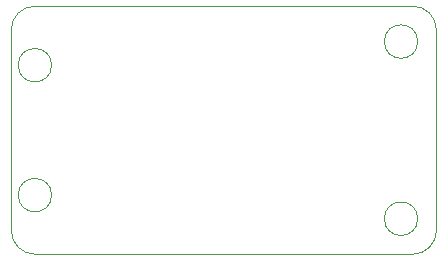
<source format=gbr>
%TF.GenerationSoftware,KiCad,Pcbnew,8.0.1*%
%TF.CreationDate,2024-04-29T14:13:33-04:00*%
%TF.ProjectId,kicad_pcb,6b696361-645f-4706-9362-2e6b69636164,rev?*%
%TF.SameCoordinates,Original*%
%TF.FileFunction,Profile,NP*%
%FSLAX46Y46*%
G04 Gerber Fmt 4.6, Leading zero omitted, Abs format (unit mm)*
G04 Created by KiCad (PCBNEW 8.0.1) date 2024-04-29 14:13:33*
%MOMM*%
%LPD*%
G01*
G04 APERTURE LIST*
%TA.AperFunction,Profile*%
%ADD10C,0.100000*%
%TD*%
G04 APERTURE END LIST*
D10*
X114414214Y-87000000D02*
G75*
G02*
X111585786Y-87000000I-1414214J0D01*
G01*
X111585786Y-87000000D02*
G75*
G02*
X114414214Y-87000000I1414214J0D01*
G01*
X114414214Y-76000000D02*
G75*
G02*
X111585786Y-76000000I-1414214J0D01*
G01*
X111585786Y-76000000D02*
G75*
G02*
X114414214Y-76000000I1414214J0D01*
G01*
X113000000Y-92000000D02*
G75*
G02*
X111000000Y-90000000I0J2000000D01*
G01*
X145414214Y-89000000D02*
G75*
G02*
X142585786Y-89000000I-1414214J0D01*
G01*
X142585786Y-89000000D02*
G75*
G02*
X145414214Y-89000000I1414214J0D01*
G01*
X145414214Y-74000000D02*
G75*
G02*
X142585786Y-74000000I-1414214J0D01*
G01*
X142585786Y-74000000D02*
G75*
G02*
X145414214Y-74000000I1414214J0D01*
G01*
X111000000Y-73000000D02*
X111000000Y-90000000D01*
X145000000Y-71000000D02*
X113000000Y-71000000D01*
X113000000Y-92000000D02*
X145000000Y-92000000D01*
X147000000Y-73000000D02*
X147000000Y-90000000D01*
X147000000Y-90000000D02*
G75*
G02*
X145000000Y-92000000I-2000000J0D01*
G01*
X145000000Y-71000000D02*
G75*
G02*
X147000000Y-73000000I0J-2000000D01*
G01*
X111000000Y-73000000D02*
G75*
G02*
X113000000Y-71000000I2000000J0D01*
G01*
M02*

</source>
